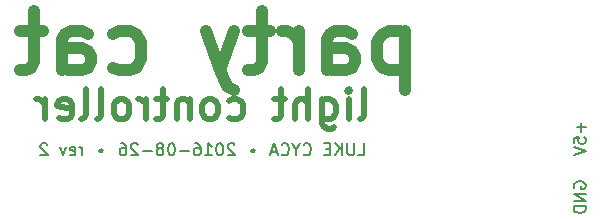
<source format=gbo>
G04 #@! TF.FileFunction,Legend,Bot*
%FSLAX46Y46*%
G04 Gerber Fmt 4.6, Leading zero omitted, Abs format (unit mm)*
G04 Created by KiCad (PCBNEW 4.0.2-stable) date Tuesday, November 01, 2016 'pmt' 12:33:55 pm*
%MOMM*%
G01*
G04 APERTURE LIST*
%ADD10C,0.100000*%
%ADD11C,0.200000*%
%ADD12C,0.500000*%
%ADD13C,1.000000*%
%ADD14C,0.150000*%
G04 APERTURE END LIST*
D10*
D11*
X115690477Y-53952381D02*
X116166668Y-53952381D01*
X116166668Y-52952381D01*
X115357144Y-52952381D02*
X115357144Y-53761905D01*
X115309525Y-53857143D01*
X115261906Y-53904762D01*
X115166668Y-53952381D01*
X114976191Y-53952381D01*
X114880953Y-53904762D01*
X114833334Y-53857143D01*
X114785715Y-53761905D01*
X114785715Y-52952381D01*
X114309525Y-53952381D02*
X114309525Y-52952381D01*
X113738096Y-53952381D02*
X114166668Y-53380952D01*
X113738096Y-52952381D02*
X114309525Y-53523810D01*
X113309525Y-53428571D02*
X112976191Y-53428571D01*
X112833334Y-53952381D02*
X113309525Y-53952381D01*
X113309525Y-52952381D01*
X112833334Y-52952381D01*
X111071429Y-53857143D02*
X111119048Y-53904762D01*
X111261905Y-53952381D01*
X111357143Y-53952381D01*
X111500001Y-53904762D01*
X111595239Y-53809524D01*
X111642858Y-53714286D01*
X111690477Y-53523810D01*
X111690477Y-53380952D01*
X111642858Y-53190476D01*
X111595239Y-53095238D01*
X111500001Y-53000000D01*
X111357143Y-52952381D01*
X111261905Y-52952381D01*
X111119048Y-53000000D01*
X111071429Y-53047619D01*
X110452382Y-53476190D02*
X110452382Y-53952381D01*
X110785715Y-52952381D02*
X110452382Y-53476190D01*
X110119048Y-52952381D01*
X109214286Y-53857143D02*
X109261905Y-53904762D01*
X109404762Y-53952381D01*
X109500000Y-53952381D01*
X109642858Y-53904762D01*
X109738096Y-53809524D01*
X109785715Y-53714286D01*
X109833334Y-53523810D01*
X109833334Y-53380952D01*
X109785715Y-53190476D01*
X109738096Y-53095238D01*
X109642858Y-53000000D01*
X109500000Y-52952381D01*
X109404762Y-52952381D01*
X109261905Y-53000000D01*
X109214286Y-53047619D01*
X108833334Y-53666667D02*
X108357143Y-53666667D01*
X108928572Y-53952381D02*
X108595239Y-52952381D01*
X108261905Y-53952381D01*
X106880952Y-53476190D02*
X106880952Y-53666667D01*
X106833333Y-53666667D02*
X106833333Y-53476190D01*
X106785714Y-53428571D02*
X106785714Y-53714286D01*
X106738095Y-53666667D02*
X106738095Y-53476190D01*
X106690476Y-53476190D02*
X106690476Y-53666667D01*
X106880952Y-53619048D02*
X106785714Y-53714286D01*
X106690476Y-53619048D01*
X106880952Y-53523810D02*
X106785714Y-53428571D01*
X106690476Y-53523810D01*
X106880952Y-53476190D02*
X106785714Y-53428571D01*
X106690476Y-53476190D01*
X106642857Y-53571429D01*
X106690476Y-53666667D01*
X106785714Y-53714286D01*
X106880952Y-53666667D01*
X106928572Y-53571429D01*
X106880952Y-53476190D01*
X105214286Y-53047619D02*
X105166667Y-53000000D01*
X105071429Y-52952381D01*
X104833333Y-52952381D01*
X104738095Y-53000000D01*
X104690476Y-53047619D01*
X104642857Y-53142857D01*
X104642857Y-53238095D01*
X104690476Y-53380952D01*
X105261905Y-53952381D01*
X104642857Y-53952381D01*
X104023810Y-52952381D02*
X103928571Y-52952381D01*
X103833333Y-53000000D01*
X103785714Y-53047619D01*
X103738095Y-53142857D01*
X103690476Y-53333333D01*
X103690476Y-53571429D01*
X103738095Y-53761905D01*
X103785714Y-53857143D01*
X103833333Y-53904762D01*
X103928571Y-53952381D01*
X104023810Y-53952381D01*
X104119048Y-53904762D01*
X104166667Y-53857143D01*
X104214286Y-53761905D01*
X104261905Y-53571429D01*
X104261905Y-53333333D01*
X104214286Y-53142857D01*
X104166667Y-53047619D01*
X104119048Y-53000000D01*
X104023810Y-52952381D01*
X102738095Y-53952381D02*
X103309524Y-53952381D01*
X103023810Y-53952381D02*
X103023810Y-52952381D01*
X103119048Y-53095238D01*
X103214286Y-53190476D01*
X103309524Y-53238095D01*
X101880952Y-52952381D02*
X102071429Y-52952381D01*
X102166667Y-53000000D01*
X102214286Y-53047619D01*
X102309524Y-53190476D01*
X102357143Y-53380952D01*
X102357143Y-53761905D01*
X102309524Y-53857143D01*
X102261905Y-53904762D01*
X102166667Y-53952381D01*
X101976190Y-53952381D01*
X101880952Y-53904762D01*
X101833333Y-53857143D01*
X101785714Y-53761905D01*
X101785714Y-53523810D01*
X101833333Y-53428571D01*
X101880952Y-53380952D01*
X101976190Y-53333333D01*
X102166667Y-53333333D01*
X102261905Y-53380952D01*
X102309524Y-53428571D01*
X102357143Y-53523810D01*
X101357143Y-53571429D02*
X100595238Y-53571429D01*
X99928572Y-52952381D02*
X99833333Y-52952381D01*
X99738095Y-53000000D01*
X99690476Y-53047619D01*
X99642857Y-53142857D01*
X99595238Y-53333333D01*
X99595238Y-53571429D01*
X99642857Y-53761905D01*
X99690476Y-53857143D01*
X99738095Y-53904762D01*
X99833333Y-53952381D01*
X99928572Y-53952381D01*
X100023810Y-53904762D01*
X100071429Y-53857143D01*
X100119048Y-53761905D01*
X100166667Y-53571429D01*
X100166667Y-53333333D01*
X100119048Y-53142857D01*
X100071429Y-53047619D01*
X100023810Y-53000000D01*
X99928572Y-52952381D01*
X99023810Y-53380952D02*
X99119048Y-53333333D01*
X99166667Y-53285714D01*
X99214286Y-53190476D01*
X99214286Y-53142857D01*
X99166667Y-53047619D01*
X99119048Y-53000000D01*
X99023810Y-52952381D01*
X98833333Y-52952381D01*
X98738095Y-53000000D01*
X98690476Y-53047619D01*
X98642857Y-53142857D01*
X98642857Y-53190476D01*
X98690476Y-53285714D01*
X98738095Y-53333333D01*
X98833333Y-53380952D01*
X99023810Y-53380952D01*
X99119048Y-53428571D01*
X99166667Y-53476190D01*
X99214286Y-53571429D01*
X99214286Y-53761905D01*
X99166667Y-53857143D01*
X99119048Y-53904762D01*
X99023810Y-53952381D01*
X98833333Y-53952381D01*
X98738095Y-53904762D01*
X98690476Y-53857143D01*
X98642857Y-53761905D01*
X98642857Y-53571429D01*
X98690476Y-53476190D01*
X98738095Y-53428571D01*
X98833333Y-53380952D01*
X98214286Y-53571429D02*
X97452381Y-53571429D01*
X97023810Y-53047619D02*
X96976191Y-53000000D01*
X96880953Y-52952381D01*
X96642857Y-52952381D01*
X96547619Y-53000000D01*
X96500000Y-53047619D01*
X96452381Y-53142857D01*
X96452381Y-53238095D01*
X96500000Y-53380952D01*
X97071429Y-53952381D01*
X96452381Y-53952381D01*
X95595238Y-52952381D02*
X95785715Y-52952381D01*
X95880953Y-53000000D01*
X95928572Y-53047619D01*
X96023810Y-53190476D01*
X96071429Y-53380952D01*
X96071429Y-53761905D01*
X96023810Y-53857143D01*
X95976191Y-53904762D01*
X95880953Y-53952381D01*
X95690476Y-53952381D01*
X95595238Y-53904762D01*
X95547619Y-53857143D01*
X95500000Y-53761905D01*
X95500000Y-53523810D01*
X95547619Y-53428571D01*
X95595238Y-53380952D01*
X95690476Y-53333333D01*
X95880953Y-53333333D01*
X95976191Y-53380952D01*
X96023810Y-53428571D01*
X96071429Y-53523810D01*
X94023809Y-53476190D02*
X94023809Y-53666667D01*
X93976190Y-53666667D02*
X93976190Y-53476190D01*
X93928571Y-53428571D02*
X93928571Y-53714286D01*
X93880952Y-53666667D02*
X93880952Y-53476190D01*
X93833333Y-53476190D02*
X93833333Y-53666667D01*
X94023809Y-53619048D02*
X93928571Y-53714286D01*
X93833333Y-53619048D01*
X94023809Y-53523810D02*
X93928571Y-53428571D01*
X93833333Y-53523810D01*
X94023809Y-53476190D02*
X93928571Y-53428571D01*
X93833333Y-53476190D01*
X93785714Y-53571429D01*
X93833333Y-53666667D01*
X93928571Y-53714286D01*
X94023809Y-53666667D01*
X94071429Y-53571429D01*
X94023809Y-53476190D01*
X92309524Y-53952381D02*
X92309524Y-53285714D01*
X92309524Y-53476190D02*
X92261905Y-53380952D01*
X92214286Y-53333333D01*
X92119048Y-53285714D01*
X92023809Y-53285714D01*
X91309523Y-53904762D02*
X91404761Y-53952381D01*
X91595238Y-53952381D01*
X91690476Y-53904762D01*
X91738095Y-53809524D01*
X91738095Y-53428571D01*
X91690476Y-53333333D01*
X91595238Y-53285714D01*
X91404761Y-53285714D01*
X91309523Y-53333333D01*
X91261904Y-53428571D01*
X91261904Y-53523810D01*
X91738095Y-53619048D01*
X90928571Y-53285714D02*
X90690476Y-53952381D01*
X90452380Y-53285714D01*
X89357142Y-53047619D02*
X89309523Y-53000000D01*
X89214285Y-52952381D01*
X88976189Y-52952381D01*
X88880951Y-53000000D01*
X88833332Y-53047619D01*
X88785713Y-53142857D01*
X88785713Y-53238095D01*
X88833332Y-53380952D01*
X89404761Y-53952381D01*
X88785713Y-53952381D01*
D12*
X115833333Y-50880952D02*
X116071428Y-50761905D01*
X116190476Y-50523810D01*
X116190476Y-48380952D01*
X114880952Y-50880952D02*
X114880952Y-49214286D01*
X114880952Y-48380952D02*
X115000000Y-48500000D01*
X114880952Y-48619048D01*
X114761904Y-48500000D01*
X114880952Y-48380952D01*
X114880952Y-48619048D01*
X112619047Y-49214286D02*
X112619047Y-51238095D01*
X112738095Y-51476190D01*
X112857143Y-51595238D01*
X113095238Y-51714286D01*
X113452381Y-51714286D01*
X113690476Y-51595238D01*
X112619047Y-50761905D02*
X112857143Y-50880952D01*
X113333333Y-50880952D01*
X113571428Y-50761905D01*
X113690476Y-50642857D01*
X113809524Y-50404762D01*
X113809524Y-49690476D01*
X113690476Y-49452381D01*
X113571428Y-49333333D01*
X113333333Y-49214286D01*
X112857143Y-49214286D01*
X112619047Y-49333333D01*
X111428571Y-50880952D02*
X111428571Y-48380952D01*
X110357142Y-50880952D02*
X110357142Y-49571429D01*
X110476190Y-49333333D01*
X110714285Y-49214286D01*
X111071428Y-49214286D01*
X111309523Y-49333333D01*
X111428571Y-49452381D01*
X109523809Y-49214286D02*
X108571428Y-49214286D01*
X109166666Y-48380952D02*
X109166666Y-50523810D01*
X109047618Y-50761905D01*
X108809523Y-50880952D01*
X108571428Y-50880952D01*
X104761904Y-50761905D02*
X105000000Y-50880952D01*
X105476190Y-50880952D01*
X105714285Y-50761905D01*
X105833333Y-50642857D01*
X105952381Y-50404762D01*
X105952381Y-49690476D01*
X105833333Y-49452381D01*
X105714285Y-49333333D01*
X105476190Y-49214286D01*
X105000000Y-49214286D01*
X104761904Y-49333333D01*
X103333333Y-50880952D02*
X103571428Y-50761905D01*
X103690476Y-50642857D01*
X103809524Y-50404762D01*
X103809524Y-49690476D01*
X103690476Y-49452381D01*
X103571428Y-49333333D01*
X103333333Y-49214286D01*
X102976190Y-49214286D01*
X102738095Y-49333333D01*
X102619047Y-49452381D01*
X102500000Y-49690476D01*
X102500000Y-50404762D01*
X102619047Y-50642857D01*
X102738095Y-50761905D01*
X102976190Y-50880952D01*
X103333333Y-50880952D01*
X101428571Y-49214286D02*
X101428571Y-50880952D01*
X101428571Y-49452381D02*
X101309523Y-49333333D01*
X101071428Y-49214286D01*
X100714285Y-49214286D01*
X100476190Y-49333333D01*
X100357142Y-49571429D01*
X100357142Y-50880952D01*
X99523809Y-49214286D02*
X98571428Y-49214286D01*
X99166666Y-48380952D02*
X99166666Y-50523810D01*
X99047618Y-50761905D01*
X98809523Y-50880952D01*
X98571428Y-50880952D01*
X97738095Y-50880952D02*
X97738095Y-49214286D01*
X97738095Y-49690476D02*
X97619047Y-49452381D01*
X97500000Y-49333333D01*
X97261904Y-49214286D01*
X97023809Y-49214286D01*
X95833333Y-50880952D02*
X96071428Y-50761905D01*
X96190476Y-50642857D01*
X96309524Y-50404762D01*
X96309524Y-49690476D01*
X96190476Y-49452381D01*
X96071428Y-49333333D01*
X95833333Y-49214286D01*
X95476190Y-49214286D01*
X95238095Y-49333333D01*
X95119047Y-49452381D01*
X95000000Y-49690476D01*
X95000000Y-50404762D01*
X95119047Y-50642857D01*
X95238095Y-50761905D01*
X95476190Y-50880952D01*
X95833333Y-50880952D01*
X93571428Y-50880952D02*
X93809523Y-50761905D01*
X93928571Y-50523810D01*
X93928571Y-48380952D01*
X92261904Y-50880952D02*
X92499999Y-50761905D01*
X92619047Y-50523810D01*
X92619047Y-48380952D01*
X90357142Y-50761905D02*
X90595237Y-50880952D01*
X91071428Y-50880952D01*
X91309523Y-50761905D01*
X91428571Y-50523810D01*
X91428571Y-49571429D01*
X91309523Y-49333333D01*
X91071428Y-49214286D01*
X90595237Y-49214286D01*
X90357142Y-49333333D01*
X90238094Y-49571429D01*
X90238094Y-49809524D01*
X91428571Y-50047619D01*
X89166666Y-50880952D02*
X89166666Y-49214286D01*
X89166666Y-49690476D02*
X89047618Y-49452381D01*
X88928571Y-49333333D01*
X88690475Y-49214286D01*
X88452380Y-49214286D01*
D13*
X119702382Y-43428571D02*
X119702382Y-48428571D01*
X119702382Y-43666667D02*
X119226191Y-43428571D01*
X118273810Y-43428571D01*
X117797620Y-43666667D01*
X117559525Y-43904762D01*
X117321429Y-44380952D01*
X117321429Y-45809524D01*
X117559525Y-46285714D01*
X117797620Y-46523810D01*
X118273810Y-46761905D01*
X119226191Y-46761905D01*
X119702382Y-46523810D01*
X113035715Y-46761905D02*
X113035715Y-44142857D01*
X113273810Y-43666667D01*
X113750000Y-43428571D01*
X114702381Y-43428571D01*
X115178572Y-43666667D01*
X113035715Y-46523810D02*
X113511905Y-46761905D01*
X114702381Y-46761905D01*
X115178572Y-46523810D01*
X115416667Y-46047619D01*
X115416667Y-45571429D01*
X115178572Y-45095238D01*
X114702381Y-44857143D01*
X113511905Y-44857143D01*
X113035715Y-44619048D01*
X110654762Y-46761905D02*
X110654762Y-43428571D01*
X110654762Y-44380952D02*
X110416667Y-43904762D01*
X110178571Y-43666667D01*
X109702381Y-43428571D01*
X109226190Y-43428571D01*
X108273810Y-43428571D02*
X106369048Y-43428571D01*
X107559524Y-41761905D02*
X107559524Y-46047619D01*
X107321429Y-46523810D01*
X106845238Y-46761905D01*
X106369048Y-46761905D01*
X105178571Y-43428571D02*
X103988095Y-46761905D01*
X102797619Y-43428571D02*
X103988095Y-46761905D01*
X104464286Y-47952381D01*
X104702381Y-48190476D01*
X105178571Y-48428571D01*
X94940476Y-46523810D02*
X95416666Y-46761905D01*
X96369047Y-46761905D01*
X96845238Y-46523810D01*
X97083333Y-46285714D01*
X97321428Y-45809524D01*
X97321428Y-44380952D01*
X97083333Y-43904762D01*
X96845238Y-43666667D01*
X96369047Y-43428571D01*
X95416666Y-43428571D01*
X94940476Y-43666667D01*
X90654762Y-46761905D02*
X90654762Y-44142857D01*
X90892857Y-43666667D01*
X91369047Y-43428571D01*
X92321428Y-43428571D01*
X92797619Y-43666667D01*
X90654762Y-46523810D02*
X91130952Y-46761905D01*
X92321428Y-46761905D01*
X92797619Y-46523810D01*
X93035714Y-46047619D01*
X93035714Y-45571429D01*
X92797619Y-45095238D01*
X92321428Y-44857143D01*
X91130952Y-44857143D01*
X90654762Y-44619048D01*
X88988095Y-43428571D02*
X87083333Y-43428571D01*
X88273809Y-41761905D02*
X88273809Y-46047619D01*
X88035714Y-46523810D01*
X87559523Y-46761905D01*
X87083333Y-46761905D01*
D14*
X134571429Y-51214286D02*
X134571429Y-51976191D01*
X134952381Y-51595239D02*
X134190476Y-51595239D01*
X133952381Y-52928572D02*
X133952381Y-52452381D01*
X134428571Y-52404762D01*
X134380952Y-52452381D01*
X134333333Y-52547619D01*
X134333333Y-52785715D01*
X134380952Y-52880953D01*
X134428571Y-52928572D01*
X134523810Y-52976191D01*
X134761905Y-52976191D01*
X134857143Y-52928572D01*
X134904762Y-52880953D01*
X134952381Y-52785715D01*
X134952381Y-52547619D01*
X134904762Y-52452381D01*
X134857143Y-52404762D01*
X133952381Y-53261905D02*
X134952381Y-53595238D01*
X133952381Y-53928572D01*
X134000000Y-56738096D02*
X133952381Y-56642858D01*
X133952381Y-56500001D01*
X134000000Y-56357143D01*
X134095238Y-56261905D01*
X134190476Y-56214286D01*
X134380952Y-56166667D01*
X134523810Y-56166667D01*
X134714286Y-56214286D01*
X134809524Y-56261905D01*
X134904762Y-56357143D01*
X134952381Y-56500001D01*
X134952381Y-56595239D01*
X134904762Y-56738096D01*
X134857143Y-56785715D01*
X134523810Y-56785715D01*
X134523810Y-56595239D01*
X134952381Y-57214286D02*
X133952381Y-57214286D01*
X134952381Y-57785715D01*
X133952381Y-57785715D01*
X134952381Y-58261905D02*
X133952381Y-58261905D01*
X133952381Y-58500000D01*
X134000000Y-58642858D01*
X134095238Y-58738096D01*
X134190476Y-58785715D01*
X134380952Y-58833334D01*
X134523810Y-58833334D01*
X134714286Y-58785715D01*
X134809524Y-58738096D01*
X134904762Y-58642858D01*
X134952381Y-58500000D01*
X134952381Y-58261905D01*
M02*

</source>
